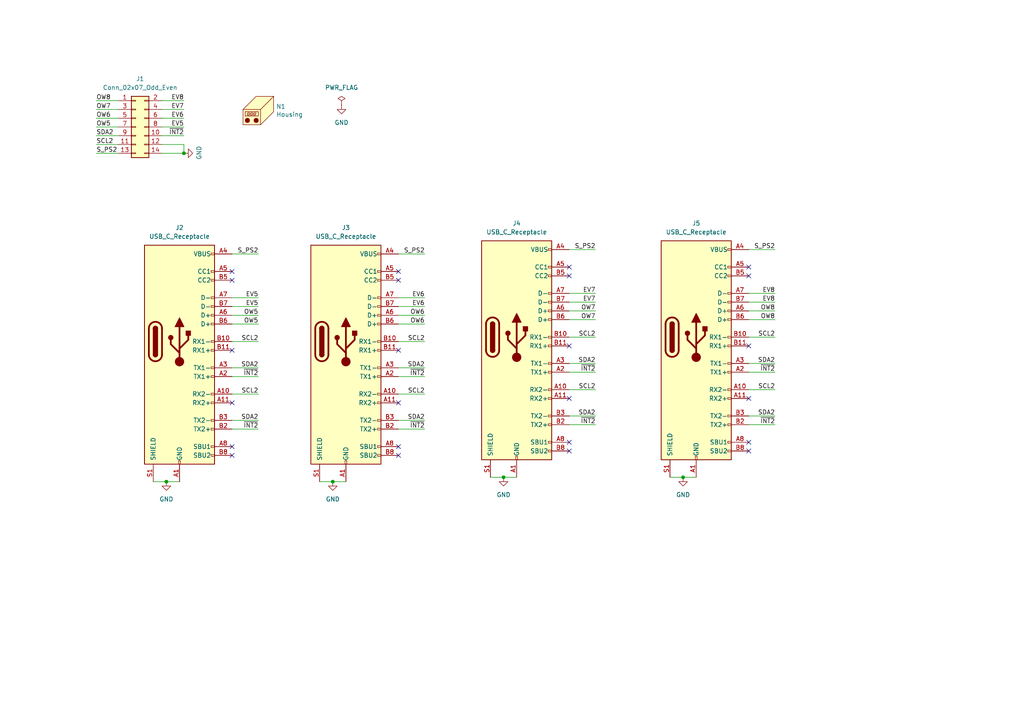
<source format=kicad_sch>
(kicad_sch (version 20211123) (generator eeschema)
  (paper "A4")
  (lib_symbols
    (symbol "Connector:USB_C_Receptacle" (pin_names (offset 1.016))
      (property "Reference" "J" (at -10.16 29.21 0))
      (property "Value" "USB_C_Receptacle" (at 10.16 29.21 0))
      (symbol "USB_C_Receptacle_0_0"
        (rectangle (start -0.254 -35.56) (end 0.254 -34.544))
        (rectangle (start 10.16 -32.766) (end 9.144 -33.274))
        (rectangle (start 10.16 -30.226) (end 9.144 -30.734))
        (rectangle (start 10.16 -25.146) (end 9.144 -25.654))
        (rectangle (start 10.16 -22.606) (end 9.144 -23.114))
        (rectangle (start 10.16 -17.526) (end 9.144 -18.034))
        (rectangle (start 10.16 -14.986) (end 9.144 -15.494))
        (rectangle (start 10.16 -9.906) (end 9.144 -10.414))
        (rectangle (start 10.16 -7.366) (end 9.144 -7.874))
        (rectangle (start 10.16 -2.286) (end 9.144 -2.794))
        (rectangle (start 10.16 0.254) (end 9.144 -0.254))
        (rectangle (start 10.16 5.334) (end 9.144 4.826))
        (rectangle (start 10.16 7.874) (end 9.144 7.366))
        (rectangle (start 10.16 10.414) (end 9.144 9.906))
        (rectangle (start 10.16 12.954) (end 9.144 12.446))
        (rectangle (start 10.16 18.034) (end 9.144 17.526))
        (rectangle (start 10.16 20.574) (end 9.144 20.066))
        (rectangle (start 10.16 25.654) (end 9.144 25.146))
      )
      (symbol "USB_C_Receptacle_0_1"
        (rectangle (start -10.16 27.94) (end 10.16 -35.56) (stroke (width 0.254)) (fill (type background)))
        (arc (start -8.89 -3.81) (mid -6.985 -5.715) (end -5.08 -3.81) (stroke (width 0.508)))
        (arc (start -7.62 -3.81) (mid -6.985 -4.445) (end -6.35 -3.81) (stroke (width 0.254)))
        (arc (start -7.62 -3.81) (mid -6.985 -4.445) (end -6.35 -3.81) (stroke (width 0.254)) (fill (type outline)))
        (rectangle (start -7.62 -3.81) (end -6.35 3.81) (stroke (width 0.254)) (fill (type outline)))
        (arc (start -6.35 3.81) (mid -6.985 4.445) (end -7.62 3.81) (stroke (width 0.254)))
        (arc (start -6.35 3.81) (mid -6.985 4.445) (end -7.62 3.81) (stroke (width 0.254)) (fill (type outline)))
        (arc (start -5.08 3.81) (mid -6.985 5.715) (end -8.89 3.81) (stroke (width 0.508)))
        (polyline (pts (xy -8.89 -3.81) (xy -8.89 3.81)) (stroke (width 0.508)))
        (polyline (pts (xy -5.08 3.81) (xy -5.08 -3.81)) (stroke (width 0.508)))
      )
      (symbol "USB_C_Receptacle_1_1"
        (circle (center -2.54 1.143) (radius 0.635) (stroke (width 0.254)) (fill (type outline)))
        (circle (center 0 -5.842) (radius 1.27) (fill (type outline)))
        (polyline (pts (xy 0 -5.842) (xy 0 4.318)) (stroke (width 0.508)))
        (polyline (pts (xy 0 -3.302) (xy -2.54 -0.762) (xy -2.54 0.508)) (stroke (width 0.508)))
        (polyline (pts (xy 0 -2.032) (xy 2.54 0.508) (xy 2.54 1.778)) (stroke (width 0.508)))
        (polyline (pts (xy -1.27 4.318) (xy 0 6.858) (xy 1.27 4.318) (xy -1.27 4.318)) (stroke (width 0.254)) (fill (type outline)))
        (rectangle (start 1.905 1.778) (end 3.175 3.048) (stroke (width 0.254)) (fill (type outline)))
        (pin passive line (at 0 -40.64 90) (length 5.08) (name "GND") (number "A1"))
        (pin bidirectional line (at 15.24 -15.24 180) (length 5.08) (name "RX2-") (number "A10"))
        (pin bidirectional line (at 15.24 -17.78 180) (length 5.08) (name "RX2+") (number "A11"))
        (pin passive line (at 0 -40.64 90) (length 5.08) hide (name "GND") (number "A12"))
        (pin bidirectional line (at 15.24 -10.16 180) (length 5.08) (name "TX1+") (number "A2"))
        (pin bidirectional line (at 15.24 -7.62 180) (length 5.08) (name "TX1-") (number "A3"))
        (pin passive line (at 15.24 25.4 180) (length 5.08) (name "VBUS") (number "A4"))
        (pin bidirectional line (at 15.24 20.32 180) (length 5.08) (name "CC1") (number "A5"))
        (pin bidirectional line (at 15.24 7.62 180) (length 5.08) (name "D+") (number "A6"))
        (pin bidirectional line (at 15.24 12.7 180) (length 5.08) (name "D-") (number "A7"))
        (pin bidirectional line (at 15.24 -30.48 180) (length 5.08) (name "SBU1") (number "A8"))
        (pin passive line (at 15.24 25.4 180) (length 5.08) hide (name "VBUS") (number "A9"))
        (pin passive line (at 0 -40.64 90) (length 5.08) hide (name "GND") (number "B1"))
        (pin bidirectional line (at 15.24 0 180) (length 5.08) (name "RX1-") (number "B10"))
        (pin bidirectional line (at 15.24 -2.54 180) (length 5.08) (name "RX1+") (number "B11"))
        (pin passive line (at 0 -40.64 90) (length 5.08) hide (name "GND") (number "B12"))
        (pin bidirectional line (at 15.24 -25.4 180) (length 5.08) (name "TX2+") (number "B2"))
        (pin bidirectional line (at 15.24 -22.86 180) (length 5.08) (name "TX2-") (number "B3"))
        (pin passive line (at 15.24 25.4 180) (length 5.08) hide (name "VBUS") (number "B4"))
        (pin bidirectional line (at 15.24 17.78 180) (length 5.08) (name "CC2") (number "B5"))
        (pin bidirectional line (at 15.24 5.08 180) (length 5.08) (name "D+") (number "B6"))
        (pin bidirectional line (at 15.24 10.16 180) (length 5.08) (name "D-") (number "B7"))
        (pin bidirectional line (at 15.24 -33.02 180) (length 5.08) (name "SBU2") (number "B8"))
        (pin passive line (at 15.24 25.4 180) (length 5.08) hide (name "VBUS") (number "B9"))
        (pin passive line (at -7.62 -40.64 90) (length 5.08) (name "SHIELD") (number "S1"))
      )
    )
    (symbol "Connector_Generic:Conn_02x07_Odd_Even" (pin_names (offset 1.016) hide)
      (property "Reference" "J" (at 1.27 10.16 0))
      (property "Value" "Conn_02x07_Odd_Even" (at 1.27 -10.16 0))
      (symbol "Conn_02x07_Odd_Even_1_1"
        (rectangle (start -1.27 -7.493) (end 0 -7.747) (stroke (width 0.1524)))
        (rectangle (start -1.27 -4.953) (end 0 -5.207) (stroke (width 0.1524)))
        (rectangle (start -1.27 -2.413) (end 0 -2.667) (stroke (width 0.1524)))
        (rectangle (start -1.27 0.127) (end 0 -0.127) (stroke (width 0.1524)))
        (rectangle (start -1.27 2.667) (end 0 2.413) (stroke (width 0.1524)))
        (rectangle (start -1.27 5.207) (end 0 4.953) (stroke (width 0.1524)))
        (rectangle (start -1.27 7.747) (end 0 7.493) (stroke (width 0.1524)))
        (rectangle (start -1.27 8.89) (end 3.81 -8.89) (stroke (width 0.254)) (fill (type background)))
        (rectangle (start 3.81 -7.493) (end 2.54 -7.747) (stroke (width 0.1524)))
        (rectangle (start 3.81 -4.953) (end 2.54 -5.207) (stroke (width 0.1524)))
        (rectangle (start 3.81 -2.413) (end 2.54 -2.667) (stroke (width 0.1524)))
        (rectangle (start 3.81 0.127) (end 2.54 -0.127) (stroke (width 0.1524)))
        (rectangle (start 3.81 2.667) (end 2.54 2.413) (stroke (width 0.1524)))
        (rectangle (start 3.81 5.207) (end 2.54 4.953) (stroke (width 0.1524)))
        (rectangle (start 3.81 7.747) (end 2.54 7.493) (stroke (width 0.1524)))
        (pin passive line (at -5.08 7.62 0) (length 3.81) (name "Pin_1") (number "1"))
        (pin passive line (at 7.62 -2.54 180) (length 3.81) (name "Pin_10") (number "10"))
        (pin passive line (at -5.08 -5.08 0) (length 3.81) (name "Pin_11") (number "11"))
        (pin passive line (at 7.62 -5.08 180) (length 3.81) (name "Pin_12") (number "12"))
        (pin passive line (at -5.08 -7.62 0) (length 3.81) (name "Pin_13") (number "13"))
        (pin passive line (at 7.62 -7.62 180) (length 3.81) (name "Pin_14") (number "14"))
        (pin passive line (at 7.62 7.62 180) (length 3.81) (name "Pin_2") (number "2"))
        (pin passive line (at -5.08 5.08 0) (length 3.81) (name "Pin_3") (number "3"))
        (pin passive line (at 7.62 5.08 180) (length 3.81) (name "Pin_4") (number "4"))
        (pin passive line (at -5.08 2.54 0) (length 3.81) (name "Pin_5") (number "5"))
        (pin passive line (at 7.62 2.54 180) (length 3.81) (name "Pin_6") (number "6"))
        (pin passive line (at -5.08 0 0) (length 3.81) (name "Pin_7") (number "7"))
        (pin passive line (at 7.62 0 180) (length 3.81) (name "Pin_8") (number "8"))
        (pin passive line (at -5.08 -2.54 0) (length 3.81) (name "Pin_9") (number "9"))
      )
    )
    (symbol "Mechanical:Housing" (pin_names (offset 1.016))
      (property "Reference" "N" (at 3.81 0 0))
      (property "Value" "Housing" (at 3.81 -1.905 0))
      (symbol "Housing_0_1"
        (rectangle (start -5.08 -0.635) (end -1.27 -1.905))
        (circle (center -4.445 -3.175) (radius 0.635) (fill (type outline)))
        (circle (center -1.905 -3.175) (radius 0.635) (fill (type outline)))
        (polyline (pts (xy -4.5212 -1.5748) (xy -4.4704 -1.3716)))
        (polyline (pts (xy -4.4196 -1.6764) (xy -4.064 -1.6764)))
        (polyline (pts (xy -4.4196 -1.2192) (xy -4.3688 -0.9652)))
        (polyline (pts (xy -4.318 -1.3208) (xy -4.0132 -1.3208)))
        (polyline (pts (xy -4.2164 -0.9144) (xy -3.9116 -0.9144)))
        (polyline (pts (xy -3.9116 -1.6256) (xy -3.8608 -1.3716)))
        (polyline (pts (xy -3.81 -1.2192) (xy -3.7592 -0.9652)))
        (polyline (pts (xy -3.6068 -1.5748) (xy -3.556 -1.3716)))
        (polyline (pts (xy -3.5052 -1.6764) (xy -3.1496 -1.6764)))
        (polyline (pts (xy -3.5052 -1.2192) (xy -3.4544 -0.9652)))
        (polyline (pts (xy -3.4036 -1.3208) (xy -3.0988 -1.3208)))
        (polyline (pts (xy -3.302 -0.9144) (xy -2.9972 -0.9144)))
        (polyline (pts (xy -2.9972 -1.6256) (xy -2.9464 -1.3716)))
        (polyline (pts (xy -2.8956 -1.2192) (xy -2.8448 -0.9652)))
        (polyline (pts (xy -2.6924 -1.5748) (xy -2.6416 -1.3716)))
        (polyline (pts (xy -2.5908 -1.6764) (xy -2.2352 -1.6764)))
        (polyline (pts (xy -2.5908 -1.2192) (xy -2.54 -0.9652)))
        (polyline (pts (xy -2.4892 -1.3208) (xy -2.1844 -1.3208)))
        (polyline (pts (xy -2.3876 -0.9144) (xy -2.0828 -0.9144)))
        (polyline (pts (xy -2.0828 -1.6256) (xy -2.032 -1.3716)))
        (polyline (pts (xy -1.9812 -1.2192) (xy -1.9304 -0.9652)))
        (polyline (pts (xy -0.635 0) (xy -0.635 -4.445)))
        (polyline (pts (xy -5.715 0) (xy -0.635 0) (xy 3.175 3.81)))
        (polyline (pts (xy -5.715 0) (xy -5.715 -4.445) (xy -0.635 -4.445) (xy 3.175 -0.635) (xy 3.175 3.81) (xy -1.905 3.81) (xy -5.715 0)) (fill (type background)))
      )
    )
    (symbol "power:GND" (power) (pin_names (offset 0))
      (property "Value" "GND" (at 0 -3.81 0))
      (symbol "GND_0_1"
        (polyline (pts (xy 0 0) (xy 0 -1.27) (xy 1.27 -1.27) (xy 0 -2.54) (xy -1.27 -1.27) (xy 0 -1.27)))
      )
      (symbol "GND_1_1"
        (pin power_in line (at 0 0 270) (length 0) hide (name "GND") (number "1"))
      )
    )
    (symbol "power:PWR_FLAG" (power) (pin_numbers hide) (pin_names (offset 0) hide)
      (property "Value" "PWR_FLAG" (at 0 3.81 0))
      (symbol "PWR_FLAG_0_0"
        (pin power_out line (at 0 0 90) (length 0) (name "pwr") (number "1"))
      )
      (symbol "PWR_FLAG_0_1"
        (polyline (pts (xy 0 0) (xy 0 1.27) (xy -1.016 1.905) (xy 0 2.54) (xy 1.016 1.905) (xy 0 1.27)))
      )
    )
  )
  (junction (at 53.34 44.45))
  (junction (at 198.12 138.43))
  (junction (at 96.52 139.7))
  (junction (at 146.05 138.43))
  (junction (at 48.26 139.7))
  (no_connect (at 165.1 115.57))
  (no_connect (at 217.17 77.47))
  (no_connect (at 67.31 78.74))
  (no_connect (at 165.1 80.01))
  (no_connect (at 115.57 101.6))
  (no_connect (at 67.31 132.08))
  (no_connect (at 115.57 129.54))
  (no_connect (at 115.57 132.08))
  (no_connect (at 217.17 100.33))
  (no_connect (at 67.31 116.84))
  (no_connect (at 115.57 81.28))
  (no_connect (at 165.1 128.27))
  (no_connect (at 67.31 81.28))
  (no_connect (at 217.17 80.01))
  (no_connect (at 217.17 115.57))
  (no_connect (at 115.57 116.84))
  (no_connect (at 67.31 129.54))
  (no_connect (at 165.1 77.47))
  (no_connect (at 217.17 128.27))
  (no_connect (at 165.1 130.81))
  (no_connect (at 115.57 78.74))
  (no_connect (at 165.1 100.33))
  (no_connect (at 217.17 130.81))
  (no_connect (at 67.31 101.6))
  (wire (pts (xy 67.31 99.06) (xy 74.93 99.06)))
  (wire (pts (xy 217.17 87.63) (xy 224.79 87.63)))
  (wire (pts (xy 27.94 31.75) (xy 34.29 31.75)))
  (wire (pts (xy 34.29 39.37) (xy 27.94 39.37)))
  (wire (pts (xy 165.1 90.17) (xy 172.72 90.17)))
  (wire (pts (xy 67.31 88.9) (xy 74.93 88.9)))
  (wire (pts (xy 67.31 73.66) (xy 74.93 73.66)))
  (wire (pts (xy 217.17 92.71) (xy 224.79 92.71)))
  (wire (pts (xy 217.17 90.17) (xy 224.79 90.17)))
  (wire (pts (xy 115.57 109.22) (xy 123.19 109.22)))
  (wire (pts (xy 67.31 124.46) (xy 74.93 124.46)))
  (wire (pts (xy 217.17 107.95) (xy 224.79 107.95)))
  (wire (pts (xy 217.17 123.19) (xy 224.79 123.19)))
  (wire (pts (xy 48.26 139.7) (xy 52.07 139.7)))
  (wire (pts (xy 165.1 85.09) (xy 172.72 85.09)))
  (wire (pts (xy 165.1 97.79) (xy 172.72 97.79)))
  (wire (pts (xy 115.57 121.92) (xy 123.19 121.92)))
  (wire (pts (xy 115.57 73.66) (xy 123.19 73.66)))
  (wire (pts (xy 115.57 93.98) (xy 123.19 93.98)))
  (wire (pts (xy 217.17 105.41) (xy 224.79 105.41)))
  (wire (pts (xy 27.94 36.83) (xy 34.29 36.83)))
  (wire (pts (xy 217.17 72.39) (xy 224.79 72.39)))
  (wire (pts (xy 67.31 86.36) (xy 74.93 86.36)))
  (wire (pts (xy 53.34 41.91) (xy 46.99 41.91)))
  (wire (pts (xy 115.57 106.68) (xy 123.19 106.68)))
  (wire (pts (xy 34.29 41.91) (xy 27.94 41.91)))
  (wire (pts (xy 165.1 120.65) (xy 172.72 120.65)))
  (wire (pts (xy 67.31 93.98) (xy 74.93 93.98)))
  (wire (pts (xy 142.24 138.43) (xy 146.05 138.43)))
  (wire (pts (xy 92.71 139.7) (xy 96.52 139.7)))
  (wire (pts (xy 53.34 36.83) (xy 46.99 36.83)))
  (wire (pts (xy 165.1 92.71) (xy 172.72 92.71)))
  (wire (pts (xy 165.1 105.41) (xy 172.72 105.41)))
  (wire (pts (xy 67.31 114.3) (xy 74.93 114.3)))
  (wire (pts (xy 27.94 29.21) (xy 34.29 29.21)))
  (wire (pts (xy 165.1 113.03) (xy 172.72 113.03)))
  (wire (pts (xy 115.57 88.9) (xy 123.19 88.9)))
  (wire (pts (xy 165.1 87.63) (xy 172.72 87.63)))
  (wire (pts (xy 115.57 91.44) (xy 123.19 91.44)))
  (wire (pts (xy 96.52 139.7) (xy 100.33 139.7)))
  (wire (pts (xy 53.34 34.29) (xy 46.99 34.29)))
  (wire (pts (xy 27.94 34.29) (xy 34.29 34.29)))
  (wire (pts (xy 115.57 124.46) (xy 123.19 124.46)))
  (wire (pts (xy 115.57 114.3) (xy 123.19 114.3)))
  (wire (pts (xy 115.57 99.06) (xy 123.19 99.06)))
  (wire (pts (xy 146.05 138.43) (xy 149.86 138.43)))
  (wire (pts (xy 67.31 109.22) (xy 74.93 109.22)))
  (wire (pts (xy 165.1 123.19) (xy 172.72 123.19)))
  (wire (pts (xy 165.1 72.39) (xy 172.72 72.39)))
  (wire (pts (xy 217.17 97.79) (xy 224.79 97.79)))
  (wire (pts (xy 53.34 39.37) (xy 46.99 39.37)))
  (wire (pts (xy 53.34 44.45) (xy 53.34 41.91)))
  (wire (pts (xy 53.34 31.75) (xy 46.99 31.75)))
  (wire (pts (xy 67.31 106.68) (xy 74.93 106.68)))
  (wire (pts (xy 194.31 138.43) (xy 198.12 138.43)))
  (wire (pts (xy 165.1 107.95) (xy 172.72 107.95)))
  (wire (pts (xy 53.34 29.21) (xy 46.99 29.21)))
  (wire (pts (xy 115.57 86.36) (xy 123.19 86.36)))
  (wire (pts (xy 217.17 120.65) (xy 224.79 120.65)))
  (wire (pts (xy 198.12 138.43) (xy 201.93 138.43)))
  (wire (pts (xy 67.31 91.44) (xy 74.93 91.44)))
  (wire (pts (xy 44.45 139.7) (xy 48.26 139.7)))
  (wire (pts (xy 34.29 44.45) (xy 27.94 44.45)))
  (wire (pts (xy 217.17 85.09) (xy 224.79 85.09)))
  (wire (pts (xy 217.17 113.03) (xy 224.79 113.03)))
  (wire (pts (xy 67.31 121.92) (xy 74.93 121.92)))
  (wire (pts (xy 53.34 44.45) (xy 46.99 44.45)))
  (label "~{INT2}" (at 74.93 124.46 180))
  (label "SDA2" (at 224.79 120.65 180))
  (label "SCL2" (at 172.72 113.03 180))
  (label "SCL2" (at 224.79 97.79 180))
  (label "OW8" (at 224.79 90.17 180))
  (label "EV8" (at 224.79 87.63 180))
  (label "EV5" (at 74.93 86.36 180))
  (label "~{INT2}" (at 53.34 39.37 180))
  (label "S_PS2" (at 172.72 72.39 180))
  (label "~{INT2}" (at 74.93 109.22 180))
  (label "OW8" (at 224.79 92.71 180))
  (label "~{INT2}" (at 224.79 107.95 180))
  (label "~{INT2}" (at 172.72 123.19 180))
  (label "SCL2" (at 123.19 99.06 180))
  (label "OW6" (at 27.94 34.29 0))
  (label "SCL2" (at 74.93 114.3 180))
  (label "SDA2" (at 172.72 105.41 180))
  (label "OW8" (at 27.94 29.21 0))
  (label "OW5" (at 74.93 91.44 180))
  (label "EV7" (at 172.72 85.09 180))
  (label "SDA2" (at 123.19 121.92 180))
  (label "SCL2" (at 123.19 114.3 180))
  (label "EV7" (at 53.34 31.75 180))
  (label "~{INT2}" (at 123.19 109.22 180))
  (label "~{INT2}" (at 123.19 124.46 180))
  (label "S_PS2" (at 224.79 72.39 180))
  (label "OW5" (at 74.93 93.98 180))
  (label "EV6" (at 123.19 88.9 180))
  (label "OW7" (at 27.94 31.75 0))
  (label "OW6" (at 123.19 91.44 180))
  (label "SDA2" (at 27.94 39.37 0))
  (label "EV5" (at 53.34 36.83 180))
  (label "SCL2" (at 74.93 99.06 180))
  (label "SDA2" (at 172.72 120.65 180))
  (label "OW7" (at 172.72 90.17 180))
  (label "OW5" (at 27.94 36.83 0))
  (label "SDA2" (at 74.93 121.92 180))
  (label "S_PS2" (at 74.93 73.66 180))
  (label "~{INT2}" (at 224.79 123.19 180))
  (label "SCL2" (at 27.94 41.91 0))
  (label "SDA2" (at 74.93 106.68 180))
  (label "SCL2" (at 224.79 113.03 180))
  (label "EV8" (at 53.34 29.21 180))
  (label "SDA2" (at 123.19 106.68 180))
  (label "EV6" (at 53.34 34.29 180))
  (label "~{INT2}" (at 172.72 107.95 180))
  (label "SCL2" (at 172.72 97.79 180))
  (label "EV7" (at 172.72 87.63 180))
  (label "OW6" (at 123.19 93.98 180))
  (label "EV6" (at 123.19 86.36 180))
  (label "EV5" (at 74.93 88.9 180))
  (label "S_PS2" (at 123.19 73.66 180))
  (label "EV8" (at 224.79 85.09 180))
  (label "OW7" (at 172.72 92.71 180))
  (label "S_PS2" (at 27.94 44.45 0))
  (label "SDA2" (at 224.79 105.41 180))
  (symbol (lib_id "Mechanical:Housing") (at 76.2 31.75 0) (unit 1)
    (property "Reference" "N1" (at 80.0862 30.8864 0) (effects (justify left)))
    (property "Value" "Housing" (at 80.0862 33.1978 0) (effects (justify left)))
    (property "Footprint" "custom_footprints:Enclosure-Gloxinia4" (effects hide))
  )
  (symbol (lib_id "Connector:USB_C_Receptacle") (at 201.93 97.79 0) (unit 1)
    (property "Reference" "J5" (at 201.93 64.77 0))
    (property "Value" "USB_C_Receptacle" (at 201.93 67.31 0))
    (property "Footprint" "custom_footprints:USB_C_Receptacle_Amphenol_12401861XX12A" (effects hide))
    (property "Datasheet" "https://www.usb.org/sites/default/files/documents/usb_type-c.zip" (effects hide))
    (property "MPN" "124018612112A" (effects hide))
    (property "Manufacturer" "Amphenol" (effects hide))
  )
  (symbol (lib_id "Connector_Generic:Conn_02x07_Odd_Even") (at 39.37 36.83 0) (unit 1)
    (property "Reference" "J1" (at 40.64 22.86 0))
    (property "Value" "Conn_02x07_Odd_Even" (at 40.64 25.4 0))
    (property "Footprint" "samtec:SAMTEC_TMMH-107-01-T-DV" (effects hide))
    (property "MPN" "TMMH-107-01-T-DV" (effects hide))
    (property "Manufacturer" "Samtec" (effects hide))
  )
  (symbol (lib_id "Connector:USB_C_Receptacle") (at 52.07 99.06 0) (unit 1)
    (property "Reference" "J2" (at 52.07 66.04 0))
    (property "Value" "USB_C_Receptacle" (at 52.07 68.58 0))
    (property "Footprint" "custom_footprints:USB_C_Receptacle_Amphenol_12401861XX12A" (effects hide))
    (property "Datasheet" "https://www.usb.org/sites/default/files/documents/usb_type-c.zip" (effects hide))
    (property "MPN" "124018612112A" (effects hide))
    (property "Manufacturer" "Amphenol" (effects hide))
  )
  (symbol (lib_id "Connector:USB_C_Receptacle") (at 100.33 99.06 0) (unit 1)
    (property "Reference" "J3" (at 100.33 66.04 0))
    (property "Value" "USB_C_Receptacle" (at 100.33 68.58 0))
    (property "Footprint" "custom_footprints:USB_C_Receptacle_Amphenol_12401861XX12A" (effects hide))
    (property "Datasheet" "https://www.usb.org/sites/default/files/documents/usb_type-c.zip" (effects hide))
    (property "MPN" "124018612112A" (effects hide))
    (property "Manufacturer" "Amphenol" (effects hide))
  )
  (symbol (lib_id "power:GND") (at 99.06 30.48 0) (unit 1)
    (property "Reference" "#PWR06" (effects hide))
    (property "Value" "GND" (at 99.06 35.56 0))
  )
  (symbol (lib_id "power:GND") (at 146.05 138.43 0) (unit 1)
    (property "Reference" "#PWR04" (effects hide))
    (property "Value" "GND" (at 146.05 143.51 0))
  )
  (symbol (lib_id "power:GND") (at 96.52 139.7 0) (unit 1)
    (property "Reference" "#PWR03" (effects hide))
    (property "Value" "GND" (at 96.52 144.78 0))
  )
  (symbol (lib_id "power:GND") (at 53.34 44.45 90) (unit 1)
    (property "Reference" "#PWR02" (effects hide))
    (property "Value" "GND" (at 57.7342 44.323 0))
  )
  (symbol (lib_id "power:GND") (at 48.26 139.7 0) (unit 1)
    (property "Reference" "#PWR01" (effects hide))
    (property "Value" "GND" (at 48.26 144.78 0))
  )
  (symbol (lib_id "power:GND") (at 198.12 138.43 0) (unit 1)
    (property "Reference" "#PWR05" (effects hide))
    (property "Value" "GND" (at 198.12 143.51 0))
  )
  (symbol (lib_id "power:PWR_FLAG") (at 99.06 30.48 0) (unit 1)
    (property "Reference" "#FLG01" (effects hide))
    (property "Value" "PWR_FLAG" (at 99.06 25.4 0))
  )
  (symbol (lib_id "Connector:USB_C_Receptacle") (at 149.86 97.79 0) (unit 1)
    (property "Reference" "J4" (at 149.86 64.77 0))
    (property "Value" "USB_C_Receptacle" (at 149.86 67.31 0))
    (property "Footprint" "custom_footprints:USB_C_Receptacle_Amphenol_12401861XX12A" (effects hide))
    (property "Datasheet" "https://www.usb.org/sites/default/files/documents/usb_type-c.zip" (effects hide))
    (property "MPN" "124018612112A" (effects hide))
    (property "Manufacturer" "Amphenol" (effects hide))
  )
)
</source>
